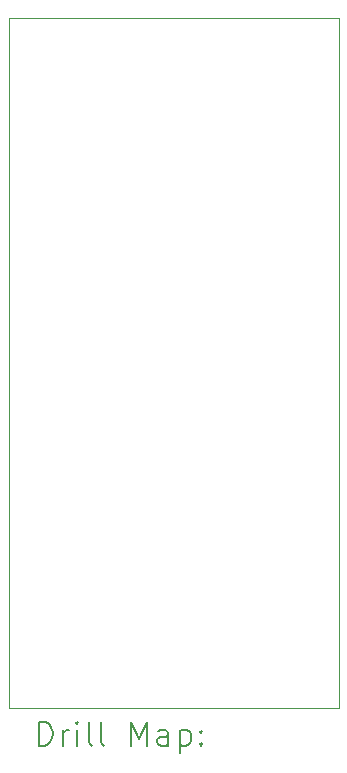
<source format=gbr>
%TF.GenerationSoftware,KiCad,Pcbnew,8.0.8-unknown-202502120121~a17639b16e~ubuntu24.04.1*%
%TF.CreationDate,2025-02-14T12:47:05-05:00*%
%TF.ProjectId,diode-matrix-rom-dip,64696f64-652d-46d6-9174-7269782d726f,v00*%
%TF.SameCoordinates,Original*%
%TF.FileFunction,Drillmap*%
%TF.FilePolarity,Positive*%
%FSLAX45Y45*%
G04 Gerber Fmt 4.5, Leading zero omitted, Abs format (unit mm)*
G04 Created by KiCad (PCBNEW 8.0.8-unknown-202502120121~a17639b16e~ubuntu24.04.1) date 2025-02-14 12:47:05*
%MOMM*%
%LPD*%
G01*
G04 APERTURE LIST*
%ADD10C,0.050000*%
%ADD11C,0.200000*%
G04 APERTURE END LIST*
D10*
X11430000Y-7620000D02*
X14224000Y-7620000D01*
X14224000Y-13462000D01*
X11430000Y-13462000D01*
X11430000Y-7620000D01*
D11*
X11688277Y-13775984D02*
X11688277Y-13575984D01*
X11688277Y-13575984D02*
X11735896Y-13575984D01*
X11735896Y-13575984D02*
X11764467Y-13585508D01*
X11764467Y-13585508D02*
X11783515Y-13604555D01*
X11783515Y-13604555D02*
X11793039Y-13623603D01*
X11793039Y-13623603D02*
X11802562Y-13661698D01*
X11802562Y-13661698D02*
X11802562Y-13690269D01*
X11802562Y-13690269D02*
X11793039Y-13728365D01*
X11793039Y-13728365D02*
X11783515Y-13747412D01*
X11783515Y-13747412D02*
X11764467Y-13766460D01*
X11764467Y-13766460D02*
X11735896Y-13775984D01*
X11735896Y-13775984D02*
X11688277Y-13775984D01*
X11888277Y-13775984D02*
X11888277Y-13642650D01*
X11888277Y-13680746D02*
X11897801Y-13661698D01*
X11897801Y-13661698D02*
X11907324Y-13652174D01*
X11907324Y-13652174D02*
X11926372Y-13642650D01*
X11926372Y-13642650D02*
X11945420Y-13642650D01*
X12012086Y-13775984D02*
X12012086Y-13642650D01*
X12012086Y-13575984D02*
X12002562Y-13585508D01*
X12002562Y-13585508D02*
X12012086Y-13595031D01*
X12012086Y-13595031D02*
X12021610Y-13585508D01*
X12021610Y-13585508D02*
X12012086Y-13575984D01*
X12012086Y-13575984D02*
X12012086Y-13595031D01*
X12135896Y-13775984D02*
X12116848Y-13766460D01*
X12116848Y-13766460D02*
X12107324Y-13747412D01*
X12107324Y-13747412D02*
X12107324Y-13575984D01*
X12240658Y-13775984D02*
X12221610Y-13766460D01*
X12221610Y-13766460D02*
X12212086Y-13747412D01*
X12212086Y-13747412D02*
X12212086Y-13575984D01*
X12469229Y-13775984D02*
X12469229Y-13575984D01*
X12469229Y-13575984D02*
X12535896Y-13718841D01*
X12535896Y-13718841D02*
X12602562Y-13575984D01*
X12602562Y-13575984D02*
X12602562Y-13775984D01*
X12783515Y-13775984D02*
X12783515Y-13671222D01*
X12783515Y-13671222D02*
X12773991Y-13652174D01*
X12773991Y-13652174D02*
X12754943Y-13642650D01*
X12754943Y-13642650D02*
X12716848Y-13642650D01*
X12716848Y-13642650D02*
X12697801Y-13652174D01*
X12783515Y-13766460D02*
X12764467Y-13775984D01*
X12764467Y-13775984D02*
X12716848Y-13775984D01*
X12716848Y-13775984D02*
X12697801Y-13766460D01*
X12697801Y-13766460D02*
X12688277Y-13747412D01*
X12688277Y-13747412D02*
X12688277Y-13728365D01*
X12688277Y-13728365D02*
X12697801Y-13709317D01*
X12697801Y-13709317D02*
X12716848Y-13699793D01*
X12716848Y-13699793D02*
X12764467Y-13699793D01*
X12764467Y-13699793D02*
X12783515Y-13690269D01*
X12878753Y-13642650D02*
X12878753Y-13842650D01*
X12878753Y-13652174D02*
X12897801Y-13642650D01*
X12897801Y-13642650D02*
X12935896Y-13642650D01*
X12935896Y-13642650D02*
X12954943Y-13652174D01*
X12954943Y-13652174D02*
X12964467Y-13661698D01*
X12964467Y-13661698D02*
X12973991Y-13680746D01*
X12973991Y-13680746D02*
X12973991Y-13737888D01*
X12973991Y-13737888D02*
X12964467Y-13756936D01*
X12964467Y-13756936D02*
X12954943Y-13766460D01*
X12954943Y-13766460D02*
X12935896Y-13775984D01*
X12935896Y-13775984D02*
X12897801Y-13775984D01*
X12897801Y-13775984D02*
X12878753Y-13766460D01*
X13059705Y-13756936D02*
X13069229Y-13766460D01*
X13069229Y-13766460D02*
X13059705Y-13775984D01*
X13059705Y-13775984D02*
X13050182Y-13766460D01*
X13050182Y-13766460D02*
X13059705Y-13756936D01*
X13059705Y-13756936D02*
X13059705Y-13775984D01*
X13059705Y-13652174D02*
X13069229Y-13661698D01*
X13069229Y-13661698D02*
X13059705Y-13671222D01*
X13059705Y-13671222D02*
X13050182Y-13661698D01*
X13050182Y-13661698D02*
X13059705Y-13652174D01*
X13059705Y-13652174D02*
X13059705Y-13671222D01*
M02*

</source>
